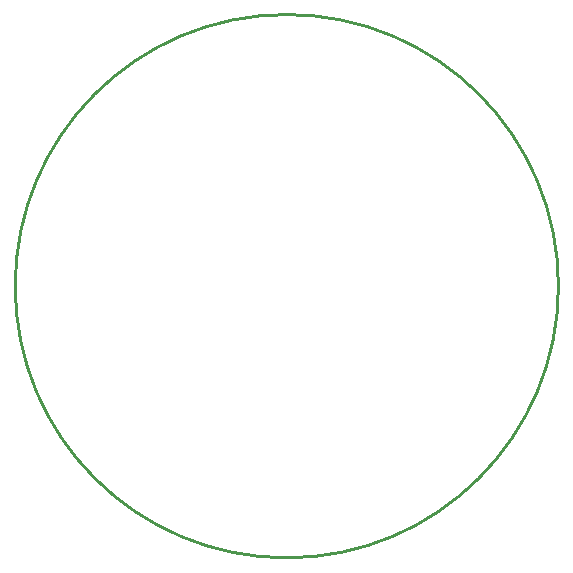
<source format=gko>
G04 Layer: BoardOutline*
G04 EasyEDA v6.4.7, 2020-12-08T13:31:26--8:00*
G04 2666239171464f44b57efdd4127db657,11a6c599673c4091828b82ff80a72166,10*
G04 Gerber Generator version 0.2*
G04 Scale: 100 percent, Rotated: No, Reflected: No *
G04 Dimensions in millimeters *
G04 leading zeros omitted , absolute positions ,3 integer and 3 decimal *
%FSLAX33Y33*%
%MOMM*%
G90*
D02*

%ADD10C,0.254000*%
G54D10*
G75*
G01X46000Y23000D02*
G03X46000Y23000I-23000J0D01*
G01*

%LPD*%
M00*
M02*

</source>
